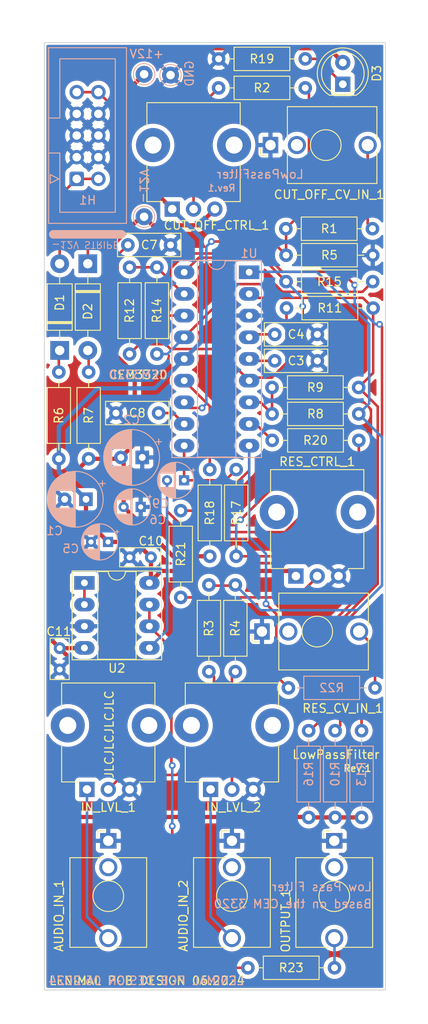
<source format=kicad_pcb>
(kicad_pcb (version 20240108) (generator "pcbnew") (generator_version "8.0")
  (layers (0 "F.Cu" signal) (31 "B.Cu" signal) (34 "B.Paste" user) (35 "F.Paste" user) (36 "B.SilkS" user "B.Silkscreen") (37 "F.SilkS" user "F.Silkscreen") (38 "B.Mask" user) (39 "F.Mask" user) (44 "Edge.Cuts" user))
  (net 0 "")
  (net 1 "+12V")
  (net 2 "GNDREF")
  (net 3 "-12V")
  (net 4 "Net-(D1-K)")
  (net 5 "Net-(D2-K)")
  (net 6 "Net-(D2-A)")
  (net 7 "Net-(D3-K)")
  (net 9 "Net-(D1-A)")
  (net 10 "Net-(AUDIO_IN_1-PadT)")
  (net 12 "Net-(AUDIO_IN_2-PadT)")
  (net 13 "Net-(U1-CAP_A)")
  (net 14 "Net-(U1-CAP_B)")
  (net 15 "Net-(U1-CAP_C)")
  (net 16 "Net-(U1-CAP_D)")
  (net 17 "Net-(U2B-+)")
  (net 18 "Net-(U1-OUT_D)")
  (net 19 "Net-(CUT_OFF_CTRL_1-Pad2)")
  (net 20 "Net-(CUT_OFF_CV_IN_1-PadT)")
  (net 22 "Net-(IN_LVL_1-Pad2)")
  (net 23 "Net-(IN_LVL_2-Pad2)")
  (net 24 "Net-(U1-FREQ_CTRL)")
  (net 25 "Net-(U1-INPUT_A)")
  (net 26 "Net-(U1-OUT_A)")
  (net 27 "Net-(U1-INPUT_B)")
  (net 28 "Net-(U1-OUT_B)")
  (net 29 "Net-(U1-INPUT_C)")
  (net 30 "Net-(U1-OUT_C)")
  (net 31 "Net-(U1-INPUT_D)")
  (net 32 "Net-(U1-IEE)")
  (net 33 "Net-(U1-FILTER_OUT)")
  (net 34 "Net-(U1-RES_CTRL)")
  (net 35 "Net-(R21-Pad2)")
  (net 36 "Net-(R22-Pad2)")
  (net 37 "Net-(U2B--)")
  (net 39 "Net-(U2A--)")
  (net 40 "Net-(OUTPUT_1-PadT)")
  (footprint "Synth:R_Default (DIN0207)" (layer "F.Cu") (at 72.4 113.57 -90)
    (property "Reference" "R4")
    (property "Value" "91K")
  )
  (footprint "Synth:R_Default (DIN0207)" (layer "F.Cu") (at 78.43 81.1)
    (property "Reference" "R11")
    (property "Value" "100K")
  )
  (footprint "Synth:R_Default (DIN0207)" (layer "F.Cu") (at 78.35 71.8)
    (property "Reference" "R1")
    (property "Value" "100K")
  )
  (footprint "Synth:C_RECT_WIMA_0.1uF" (layer "F.Cu") (at 58.4 93.4)
    (property "Reference" "C8")
    (property "Value" "300pF")
  )
  (footprint "Synth:C_RECT_WIMA_0.1uF" (layer "F.Cu") (at 82.02 84.18 180)
    (property "Reference" "C4")
    (property "Value" "300pF")
  )
  (footprint "Synth:Potentiometer_TT_P0915N" (layer "F.Cu") (at 57.5 130)
    (property "Reference" "IN_LVL_1")
    (property "Value" "B100K")
  )
  (footprint "Synth:R_Default (DIN0207)" (layer "F.Cu") (at 78.38 78)
    (property "Reference" "R15")
    (property "Value" "91K")
  )
  (footprint "Synth:C_RECT_WIMA_0.1uF" (layer "F.Cu") (at 82.02 87.28 180)
    (property "Reference" "C3")
    (property "Value" "300pF")
  )
  (footprint "Synth:D_DO-41_SOD81_P10.16mm_Horizontal" (layer "F.Cu") (at 55.1 75.95 -90)
    (property "Reference" "D2")
    (property "Value" "1N5819")
  )
  (footprint "Synth:Potentiometer_TT_P0915N" (layer "F.Cu") (at 67.5 62)
    (property "Reference" "CUT_OFF_CTRL_1")
    (property "Value" "B100K")
  )
  (footprint "Synth:Potentiometer_TT_P0915N" (layer "F.Cu") (at 82 105)
    (property "Reference" "RES_CTRL_1")
    (property "Value" "B100K")
  )
  (footprint "Synth:R_Default (DIN0207)" (layer "F.Cu") (at 73.9 158.4)
    (property "Reference" "R23")
    (property "Value" "1K")
  )
  (footprint "Synth:D_DO-41_SOD81_P10.16mm_Horizontal" (layer "F.Cu") (at 51.8 86.01 90)
    (property "Reference" "D1")
    (property "Value" "1N5819")
  )
  (footprint "Synth:Jack_3.5mm_QingPu_WQP-PJ398SM_Vertical_CircularHoles" (layer "F.Cu") (at 83 62 90)
    (property "Reference" "CUT_OFF_CV_IN_1")
    (property "Value" "INPUT")
  )
  (footprint "Synth:C_RECT_WIMA_0.1uF" (layer "F.Cu") (at 64.8 73.7 180)
    (property "Reference" "C7")
    (property "Value" "300pF")
  )
  (footprint "Synth:Jack_3.5mm_QingPu_WQP-PJ398SM_Vertical_CircularHoles" (layer "F.Cu") (at 82 119 90)
    (property "Reference" "RES_CV_IN_1")
    (property "Value" "INPUT")
  )
  (footprint "Synth:Jack_3.5mm_QingPu_WQP-PJ398SM_Vertical_CircularHoles" (layer "F.Cu") (at 72 150)
    (property "Reference" "AUDIO_IN_2")
    (property "Value" "INPUT")
  )
  (footprint "Synth:R_Default (DIN0207)" (layer "F.Cu") (at 63.2 86.45 90)
    (property "Reference" "R14")
    (property "Value" "100K")
  )
  (footprint "Synth:Potentiometer_TT_P0915N" (layer "F.Cu") (at 72 130)
    (property "Reference" "IN_LVL_2")
    (property "Value" "B100K")
  )
  (footprint "Synth:Jack_3.5mm_QingPu_WQP-PJ398SM_Vertical_CircularHoles" (layer "F.Cu") (at 57.5 150)
    (property "Reference" "AUDIO_IN_1")
    (property "Value" "INPUT")
  )
  (footprint "Capacitor_THT:C_Rect_L4.6mm_W2.0mm_P2.50mm_MKS02_FKP02" (layer "F.Cu") (at 62.5 110.3 180)
    (property "Reference" "C10")
    (property "Value" "0.1uF")
  )
  (footprint "Synth:R_Default (DIN0207)" (layer "F.Cu") (at 55.2 88.63 -90)
    (property "Reference" "R7")
    (property "Value" "10R")
  )
  (footprint "Synth:R_Default (DIN0207)" (layer "F.Cu") (at 72.5 100.05 -90)
    (property "Reference" "R17")
    (property "Value" "100K")
  )
  (footprint "Synth:R_Default (DIN0207)" (layer "F.Cu") (at 76.74 93.5)
    (property "Reference" "R8")
    (property "Value" "100K")
  )
  (footprint "Synth:R_Default (DIN0207)" (layer "F.Cu") (at 60 76.35 -90)
    (property "Reference" "R12")
    (property "Value" "91K")
  )
  (footprint "Synth:R_Default (DIN0207)" (layer "F.Cu") (at 69.4 100.05 -90)
    (property "Reference" "R18")
    (property "Value" "1K8")
  )
  (footprint "Synth:R_Default (DIN0207)" (layer "F.Cu") (at 70.47 51.9)
    (property "Reference" "R19")
    (property "Value" "500R")
  )
  (footprint "Capacitor_THT:C_Rect_L4.6mm_W2.0mm_P2.50mm_MKS02_FKP02" (layer "F.Cu") (at 51.8 123.45 90)
    (property "Reference" "C11")
    (property "Value" "0.1uF")
  )
  (footprint "Synth:R_Default (DIN0207)" (layer "F.Cu") (at 78.38 74.9)
    (property "Reference" "R5")
    (property "Value" "1K8")
  )
  (footprint "Synth:R_Default (DIN0207)" (layer "F.Cu") (at 86.83 90.4 180)
    (property "Reference" "R9")
    (property "Value" "91K")
  )
  (footprint "Synth:LED_D5.0mm (center Aligned)" (layer "F.Cu") (at 85 53.6 90)
    (property "Reference" "D3")
    (property "Value" "LED")
  )
  (footprint "Synth:Jack_3.5mm_QingPu_WQP-PJ398SM_Vertical_CircularHoles" (layer "F.Cu") (at 84 150)
    (property "Reference" "OUTPUT_1")
    (property "Value" "OUTPUT")
  )
  (footprint "Synth:R_Default (DIN0207)" (layer "F.Cu") (at 86.85 96.6 180)
    (property "Reference" "R20")
    (property "Value" "51K")
  )
  (footprint "Synth:R_Default (DIN0207)" (layer "F.Cu") (at 66 104.87 -90)
    (property "Reference" "R21")
    (property "Value" "100K")
  )
  (footprint "Synth:R_Default (DIN0207)" (layer "F.Cu") (at 51.7 88.63 -90)
    (property "Reference" "R6")
    (property "Value" "10R")
  )
  (footprint "Synth:R_Default (DIN0207)" (layer "F.Cu") (at 80.57 55.3 180)
    (property "Reference" "R2")
    (property "Value" "100K")
  )
  (footprint "Synth:R_Default (DIN0207)" (layer "F.Cu") (at 69.3 113.57 -90)
    (property "Reference" "R3")
    (property "Value" "91K")
  )
  (footprint "Package_DIP:DIP-8_W7.62mm_Socket_LongPads" (layer "F.Cu") (at 54.7 113.3)
    (property "Reference" "U2")
    (property "Value" "TL072")
  )
  (footprint "Synth:R_Default (DIN0207)" (layer "B.Cu") (at 87.2 140.75 90)
    (property "Reference" "R13")
    (property "Value" "220K")
  )
  (footprint "Synth:R_Default (DIN0207)" (layer "B.Cu") (at 78.65 125.6)
    (property "Reference" "R22")
    (property "Value" "100K")
  )
  (footprint "Capacitor_THT:CP_Radial_D4.0mm_P2.00mm" (layer "B.Cu") (at 61.3 104.4 180)
    (property "Reference" "C6")
    (property "Value" "0.1uF")
  )
  (footprint "Synth:R_Default (DIN0207)" (layer "B.Cu") (at 81 140.75 90)
    (property "Reference" "R16")
    (property "Value" "220K")
  )
  (footprint "Connector_Pin:Pin_D1.0mm_L10.0mm" (layer "B.Cu") (at 61.7 53.7 180)
    (property "Reference" "TP1" (hide yes))
    (property "Value" "+12V")
  )
  (footprint "Capacitor_THT:CP_Radial_D6.3mm_P2.50mm" (layer "B.Cu") (at 61.48238 98.6 180)
    (property "Reference" "C2")
    (property "Value" "47uF")
  )
  (footprint "Connector_Pin:Pin_D1.0mm_L10.0mm" (layer "B.Cu") (at 61.7 70.4 180)
    (property "Reference" "TP3" (hide yes))
    (property "Value" "-12V")
  )
  (footprint "Capacitor_THT:CP_Radial_D4.0mm_P2.00mm" (layer "B.Cu") (at 66.3926 101.28 180)
    (property "Reference" "C9")
    (property "Value" "1uF")
  )
  (footprint "Connector_Pin:Pin_D1.0mm_L10.0mm" (layer "B.Cu") (at 64.8 53.8 180)
    (property "Reference" "TP2" (hide yes))
    (property "Value" "GND")
  )
  (footprint "Capacitor_THT:CP_Radial_D4.0mm_P2.00mm" (layer "B.Cu") (at 57.4726 108.5 180)
    (property "Reference" "C5")
    (property "Value" "0.1uF")
  )
  (footprint "Capacitor_THT:CP_Radial_D6.3mm_P2.50mm" (layer "B.Cu") (at 54.88238 103.5 180)
    (property "Reference" "C1")
    (property "Value" "47uF")
  )
  (footprint "Synth:IDC-Header_2x05_P2.54mm_Vertical" (layer "B.Cu") (at 53.8 65.96)
    (property "Reference" "H1")
    (property "Value" "Conn_02x05_PWR_Eurorack")
  )
  (footprint "Synth:R_Default (DIN0207)" (layer "B.Cu") (at 84.1 140.75 90)
    (property "Reference" "R10")
    (property "Value" "220K")
  )
  (footprint "Package_DIP:DIP-18_W7.62mm_Socket_LongPads" (layer "B.Cu") (at 74.02 76.9 180)
    (property "Reference" "U1")
    (property "Value" "~")
  )
  (gr_rect (start 50 50) (end 90 161) (stroke (width 0.1)) (fill none) (layer "Edge.Cuts"))
  (gr_text "LowPassFilter" (at 80.5 66 -0) (layer "B.SilkS") (effects (font (size 1 1)) (justify left bottom mirror)))
  (gr_text "-12V" (at 61.1 68.9 -90) (layer "B.SilkS") (effects (font (size 1 1)) (justify left bottom mirror)))
  (gr_text "+12V" (at 64.1 51.9 0) (layer "B.SilkS") (effects (font (size 1 1)) (justify left bottom mirror)))
  (gr_text "GND" (at 67.6 52 90) (layer "B.SilkS") (effects (font (size 1 1)) (justify left bottom mirror)))
  (gr_text "Based on the CEM 3320" (at 88.5 151.5 -0) (layer "B.SilkS") (effects (font (size 1 1)) (justify left bottom mirror)))
  (gr_text "LENIMAL PCB DESIGN 06.2024" (at 73.5 160.5 -0) (layer "B.SilkS") (effects (font (size 1 1)) (justify left bottom mirror)))
  (gr_text "Low Pass Filter" (at 88.5 149.5 -0) (layer "B.SilkS") (effects (font (size 1 1)) (justify left bottom mirror)))
  (gr_text "CEM3320" (at 64.5 89.5 -0) (layer "B.SilkS") (effects (font (size 1 1)) (justify left bottom mirror)))
  (gr_text "Rev.1" (at 72.5 67.5 -0) (layer "B.SilkS") (effects (font (size 0.8 0.8)) (justify left bottom mirror)))
  (gr_text "JLCJLCJLCJLC" (at 58.2 136.3 90) (layer "F.SilkS") (effects (font (size 1 1)) (justify left bottom)))
  (gr_text "CEM3320" (at 57.5 89.5 0) (layer "F.SilkS") (effects (font (size 1 1)) (justify left bottom)))
  (gr_text "LowPassFilter" (at 79 134 0) (layer "F.SilkS") (effects (font (size 1 1)) (justify left bottom)))
  (gr_text "LENIMAL PCB DESIGN 06.2024" (at 50.5 160.5 0) (layer "F.SilkS") (effects (font (size 1 1)) (justify left bottom)))
  (gr_text "Rev.1" (at 85 135.5 0) (layer "F.SilkS") (effects (font (size 0.8 0.8)) (justify left bottom)))
  (segment (start 59.8 56.5) (end 59.8 64.3) (width 0.5) (layer "F.Cu") (net 1))
  (segment (start 83.34 50.65) (end 61.85 50.65) (width 0.5) (layer "F.Cu") (net 1))
  (segment (start 54.88238 103.5) (end 54.88238 105.90978) (width 0.5) (layer "F.Cu") (net 1))
  (segment (start 59.8 52.7) (end 59.8 56.5) (width 0.5) (layer "F.Cu") (net 1))
  (segment (start 62.32 113.3) (end 63.72 111.9) (width 0.5) (layer "F.Cu") (net 1))
  (segment (start 61.85 50.65) (end 59.8 52.7) (width 0.5) (layer "F.Cu") (net 1))
  (segment (start 62.5 110.3) (end 62.5 113.12) (width 0.5) (layer "F.Cu") (net 1))
  (segment (start 60.7 108.5) (end 62.5 110.3) (width 0.5) (layer "F.Cu") (net 1))
  (segment (start 78.9 111.9) (end 79.5 112.5) (width 0.5) (layer "F.Cu") (net 1))
  (segment (start 63.72 111.9) (end 78.9 111.9) (width 0.5) (layer "F.Cu") (net 1))
  (segment (start 57.4726 108.5) (end 60.7 108.5) (width 0.5) (layer "F.Cu") (net 1))
  (segment (start 62.5 113.12) (end 62.32 113.3) (width 0.5) (layer "F.Cu") (net 1))
  (segment (start 85.02 52.33) (end 83.34 50.65) (width 0.5) (layer "F.Cu") (net 1))
  (segment (start 59.8 64.3) (end 65 69.5) (width 0.5) (layer "F.Cu") (net 1))
  (segment (start 61.7 53.7) (end 59.8 55.6) (width 0.5) (layer "F.Cu") (net 1))
  (segment (start 54.88238 105.90978) (end 57.4726 108.5) (width 0.5) (layer "F.Cu") (net 1))
  (segment (start 68.4 85.06) (end 66.4 87.06) (width 0.5) (layer "B.Cu") (net 1))
  (segment (start 65 69.5) (end 68.4 72.9) (width 0.5) (layer "B.Cu") (net 1))
  (segment (start 56.2 90.5) (end 51.7 95) (width 0.5) (layer "B.Cu") (net 1))
  (segment (start 68.4 72.9) (end 68.4 85.06) (width 0.5) (layer "B.Cu") (net 1))
  (segment (start 62.96 90.5) (end 56.2 90.5) (width 0.5) (layer "B.Cu") (net 1))
  (segment (start 51.7 95) (end 51.7 98.76) (width 0.5) (layer "B.Cu") (net 1))
  (segment (start 66.4 87.06) (end 62.96 90.5) (width 0.5) (layer "B.Cu") (net 1))
  (segment (start 51.7 100.31762) (end 54.88238 103.5) (width 0.5) (layer "B.Cu") (net 1))
  (segment (start 51.7 98.76) (end 51.7 100.31762) (width 0.5) (layer "B.Cu") (net 1))
  (segment (start 60.6 96.98238) (end 60.6 88.847767) (width 0.5) (layer "F.Cu") (net 3))
  (segment (start 50.7 103.26) (end 50.7 119.85) (width 0.5) (layer "F.Cu") (net 3))
  (segment (start 51.8 120.95) (end 54.67 120.95) (width 0.5) (layer "F.Cu") (net 3))
  (segment (start 50.7 119.85) (end 51.8 120.95) (width 0.5) (layer "F.Cu") (net 3))
  (segment (start 58 86.247767) (end 58 73.732233) (width 0.5) (layer "F.Cu") (net 3))
  (segment (start 58.98238 98.98238) (end 59.3 99.3) (width 0.5) (layer "F.Cu") (net 3))
  (segment (start 68.1 71.4) (end 70 69.5) (width 0.5) (layer "F.Cu") (net 3))
  (segment (start 60.6 88.847767) (end 58 86.247767) (width 0.5) (layer "F.Cu") (net 3))
  (segment (start 58 73.732233) (end 61.332233 70.4) (width 0.5) (layer "F.Cu") (net 3))
  (segment (start 59.3 99.3) (end 59.3 104.4) (width 0.5) (layer "F.Cu") (net 3))
  (segment (start 58.82238 98.76) (end 58.98238 98.6) (width 0.5) (layer "F.Cu") (net 3))
  (segment (start 55.5 132.5) (end 52.9 135.1) (width 0.5) (layer "F.Cu") (net 3))
  (segment (start 81 140.78) (end 84.1 140.78) (width 0.5) (layer "F.Cu") (net 3))
  (segment (start 54.67 120.95) (end 54.7 120.92) (width 0.5) (layer "F.Cu") (net 3))
  (segment (start 55.2 98.76) (end 50.7 103.26) (width 0.5) (layer "F.Cu") (net 3))
  (segment (start 62.7 71.4) (end 68.1 71.4) (width 0.5) (layer "F.Cu") (net 3))
  (segment (start 61.7 70.4) (end 62.7 71.4) (width 0.5) (layer "F.Cu") (net 3))
  (segment (start 55.2 98.76) (end 58.82238 98.76) (width 0.5) (layer "F.Cu") (net 3))
  (segment (start 52.9 135.1) (end 52.9 139.9) (width 0.5) (layer "F.Cu") (net 3))
  (segment (start 58.98238 98.6) (end 58.98238 98.98238) (width 0.5) (layer "F.Cu") (net 3))
  (segment (start 87.37 140.73) (end 87.4 140.76) (width 0.5) (layer "F.Cu") (net 3))
  (segment (start 59.3 104.4) (end 65.08 110.18) (width 0.5) (layer "F.Cu") (net 3))
  (segment (start 55.5 124.65) (end 55.5 132.5) (width 0.5) (layer "F.Cu") (net 3))
  (segment (start 87.2 140.78) (end 84.1 140.78) (width 0.5) (layer "F.Cu") (net 3))
  (segment (start 80.95 140.73) (end 81 140.78) (width 0.5) (layer "F.Cu") (net 3))
  (segment (start 58.98238 98.6) (end 60.6 96.98238) (width 0.5) (layer "F.Cu") (net 3))
  (segment (start 51.8 120.95) (end 55.5 124.65) (width 0.5) (layer "F.Cu") (net 3))
  (segment (start 61.332233 70.4) (end 61.7 70.4) (width 0.5) (layer "F.Cu") (net 3))
  (segment (start 65.08 110.18) (end 69.4 110.18) (width 0.5) (layer "F.Cu") (net 3))
  (segment (start 52.9 139.9) (end 53.73 140.73) (width 0.5) (layer "F.Cu") (net 3))
  (segment (start 53.73 140.73) (end 80.95 140.73) (width 0.5) (layer "F.Cu") (net 3))
  (segment (start 51.7 88.6) (end 51.7 86.16) (width 0.3) (layer "F.Cu") (net 4))
  (segment (start 51.7 86.16) (end 51.8 86.06) (width 0.3) (layer "F.Cu") (net 4))
  (segment (start 55.1 72.7) (end 58.3 69.5) (width 0.3) (layer "F.Cu") (net 5))
  (segment (start 56.34 55.8) (end 53.8 55.8) (width 0.3) (layer "F.Cu") (net 5))
  (segment (start 58.3 69.5) (end 58.3 57.76) (width 0.3) (layer "F.Cu") (net 5))
  (segment (start 55.1 75.9) (end 55.1 72.7) (width 0.3) (layer "F.Cu") (net 5))
  (segment (start 58.3 57.76) (end 56.34 55.8) (width 0.3) (layer "F.Cu") (net 5))
  (segment (start 55.2 86.16) (end 55.1 86.06) (width 0.3) (layer "F.Cu") (net 6))
  (segment (start 55.2 88.6) (end 55.2 86.16) (width 0.3) (layer "F.Cu") (net 6))
  (segment (start 80.6 51.9) (end 82.05 51.9) (width 0.3) (layer "F.Cu") (net 7))
  (segment (start 82.05 51.9) (end 85.02 54.87) (width 0.3) (layer "F.Cu") (net 7))
  (segment (start 53.8 65.96) (end 56.34 65.96) (width 0.3) (layer "F.Cu") (net 9))
  (segment (start 51.8 67.96) (end 53.8 65.96) (width 0.3) (layer "F.Cu") (net 9))
  (segment (start 51.8 75.9) (end 51.8 67.96) (width 0.3) (layer "F.Cu") (net 9))
  (segment (start 55 137.5) (end 55 152.42) (width 0.3) (layer "B.Cu") (net 10))
  (segment (start 55 152.42) (end 57.5 154.92) (width 0.3) (layer "B.Cu") (net 10))
  (segment (start 57.5 154.92) (end 57 154.92) (width 0.3) (layer "B.Cu") (net 10))
  (segment (start 69.5 137.5) (end 69.5 152.42) (width 0.3) (layer "B.Cu") (net 12))
  (segment (start 69.5 152.42) (end 72 154.92) (width 0.3) (layer "B.Cu") (net 12))
  (segment (start 74.24 87.28) (end 74.02 87.06) (width 0.3) (layer "F.Cu") (net 13))
  (segment (start 77.02 87.28) (end 74.24 87.28) (width 0.3) (layer "F.Cu") (net 13))
  (segment (start 77.02 84.18) (end 74.36 84.18) (width 0.3) (layer "F.Cu") (net 14))
  (segment (start 74.36 84.18) (end 74.02 84.52) (width 0.3) (layer "F.Cu") (net 14))
  (segment (start 58.6 77.2) (end 63.38 81.98) (width 0.3) (layer "F.Cu") (net 15))
  (segment (start 63.38 81.98) (end 66.4 81.98) (width 0.3) (layer "F.Cu") (net 15))
  (segment (start 59.8 73.7) (end 58.6 74.9) (width 0.3) (layer "F.Cu") (net 15))
  (segment (start 58.6 74.9) (end 58.6 77.2) (width 0.3) (layer "F.Cu") (net 15))
  (segment (start 63.4 93.4) (end 65.12 93.4) (width 0.3) (layer "F.Cu") (net 16))
  (segment (start 65.12 93.4) (end 66.4 94.68) (width 0.3) (layer "F.Cu") (net 16))
  (segment (start 78.223402 107.35) (end 66.85 107.35) (width 0.3) (layer "F.Cu") (net 17))
  (segment (start 86.88 98.693402) (end 78.223402 107.35) (width 0.3) (layer "F.Cu") (net 17))
  (segment (start 86.88 96.6) (end 86.88 98.693402) (width 0.3) (layer "F.Cu") (net 17))
  (segment (start 64.3926 104.8926) (end 64.3926 101.28) (width 0.3) (layer "F.Cu") (net 17))
  (segment (start 66.85 107.35) (end 64.3926 104.8926) (width 0.3) (layer "F.Cu") (net 17))
  (segment (start 64.3926 118.8474) (end 62.32 120.92) (width 0.3) (layer "B.Cu") (net 17))
  (segment (start 64.3926 101.28) (end 64.3926 118.8474) (width 0.3) (layer "B.Cu") (net 17))
  (segment (start 72.5 100.02) (end 71.24 101.28) (width 0.3) (layer "F.Cu") (net 18))
  (segment (start 66.3926 97.2274) (end 66.4 97.22) (width 0.3) (layer "F.Cu") (net 18))
  (segment (start 71.24 101.28) (end 66.3926 101.28) (width 0.3) (layer "F.Cu") (net 18))
  (segment (start 66.3926 101.28) (end 66.3926 97.2274) (width 0.3) (layer "F.Cu") (net 18))
  (segment (start 67.5 58.24) (end 67.5 69.5) (width 0.3) (layer "F.Cu") (net 19))
  (segment (start 70.44 55.3) (end 67.5 58.24) (width 0.3) (layer "F.Cu") (net 19))
  (segment (start 87.92 62) (end 87.92 71.24) (width 0.3) (layer "F.Cu") (net 20))
  (segment (start 87.92 71.24) (end 88.48 71.8) (width 0.3) (layer "F.Cu") (net 20))
  (segment (start 69.9 131.2) (end 69.9 124.3) (width 0.3) (layer "F.Cu") (net 22))
  (segment (start 68.75 132.35) (end 69.9 131.2) (width 0.3) (layer "F.Cu") (net 22))
  (segment (start 57.5 137.5) (end 59.2 135.8) (width 0.3) (layer "F.Cu") (net 22))
  (segment (start 69.9 124.3) (end 69.3 123.7) (width 0.3) (layer "F.Cu") (net 22))
  (segment (start 65.5 135.8) (end 68.75 132.55) (width 0.3) (layer "F.Cu") (net 22))
  (segment (start 59.2 135.8) (end 65.5 135.8) (width 0.3) (layer "F.Cu") (net 22))
  (segment (start 68.75 132.55) (end 68.75 132.35) (width 0.3) (layer "F.Cu") (net 22))
  (segment (start 72 124.1) (end 72.4 123.7) (width 0.3) (layer "F.Cu") (net 23))
  (segment (start 72 137.5) (end 72 124.1) (width 0.3) (layer "F.Cu") (net 23))
  (segment (start 67.06 92.8) (end 66.4 92.14) (width 0.3) (layer "F.Cu") (net 24))
  (segment (start 80.6 55.3) (end 81.035 55.735) (width 0.3) (layer "F.Cu") (net 24))
  (segment (start 81.035 69.085) (end 78.32 71.8) (width 0.3) (layer "F.Cu") (net 24))
  (segment (start 78.35 71.83) (end 78.32 71.8) (width 0.3) (layer "F.Cu") (net 24))
  (segment (start 68.5 92.8) (end 67.06 92.8) (width 0.3) (layer "F.Cu") (net 24))
  (segment (start 76.75 73.3) (end 78.35 74.9) (width 0.3) (layer "F.Cu") (net 24))
  (segment (start 81.035 55.735) (end 81.035 69.085) (width 0.3) (layer "F.Cu") (net 24))
  (segment (start 78.35 74.9) (end 78.35 71.83) (width 0.3) (layer "F.Cu") (net 24))
  (segment (start 69.6 73.3) (end 76.75 73.3) (width 0.3) (layer "F.Cu") (net 24))
  (via (at 69.6 73.3) (size 0.8) (drill 0.4) (layers "F.Cu" "B.Cu") (net 24))
  (via (at 68.5 92.8) (size 0.8) (drill 0.4) (layers "F.Cu" "B.Cu") (net 24))
  (segment (start 69 92.3) (end 68.5 92.8) (width 0.3) (layer "B.Cu") (net 24))
  (segment (start 69.6 73.3) (end 69 73.9) (width 0.3) (layer "B.Cu") (net 24))
  (segment (start 69 73.9) (end 69 92.3) (width 0.3) (layer "B.Cu") (net 24))
  (segment (start 72.4 113.62) (end 69.35 113.62) (width 0.3) (layer "F.Cu") (net 25))
  (segment (start 69.35 113.62) (end 69.3 113.67) (width 0.3) (layer "F.Cu") (net 25))
  (segment (start 74.02 76.9) (end 74.07 76.85) (width 0.3) (layer "B.Cu") (net 25))
  (segment (start 81.95 76.85) (end 88.1 83) (width 0.3) (layer "B.Cu") (net 25))
  (segment (start 88.1 92.27) (end 86.87 93.5) (width 0.3) (layer "B.Cu") (net 25))
  (segment (start 74.07 76.85) (end 81.95 76.85) (width 0.3) (layer "B.Cu") (net 25))
  (segment (start 88.1 83) (end 88.1 92.27) (width 0.3) (layer "B.Cu") (net 25))
  (segment (start 72.4 113.54) (end 75.36 116.5) (width 0.3) (layer "B.Cu") (net 25))
  (segment (start 75.36 116.5) (end 86.7 116.5) (width 0.3) (layer "B.Cu") (net 25))
  (segment (start 89.6 96.23) (end 86.87 93.5) (width 0.3) (layer "B.Cu") (net 25))
  (segment (start 89.6 113.6) (end 89.6 96.23) (width 0.3) (layer "B.Cu") (net 25))
  (segment (start 86.7 116.5) (end 89.6 113.6) (width 0.3) (layer "B.Cu") (net 25))
  (segment (start 75.35 92.14) (end 74.02 92.14) (width 0.3) (layer "F.Cu") (net 26))
  (segment (start 76.7 93.49) (end 76.71 93.5) (width 0.3) (layer "F.Cu") (net 26))
  (segment (start 76.7 90.4) (end 76.7 93.49) (width 0.3) (layer "F.Cu") (net 26))
  (segment (start 76.71 93.5) (end 75.35 92.14) (width 0.3) (layer "F.Cu") (net 26))
  (segment (start 74.48 79.9) (end 87.36 79.9) (width 0.3) (layer "F.Cu") (net 27))
  (segment (start 88.56 81.1) (end 88.56 88.7) (width 0.3) (layer "F.Cu") (net 27))
  (segment (start 84.7 117.792893) (end 89.099999 113.392894) (width 0.3) (layer "F.Cu") (net 27))
  (segment (start 87.36 79.9) (end 88.56 81.1) (width 0.3) (layer "F.Cu") (net 27))
  (segment (start 88.56 88.7) (end 86.86 90.4) (width 0.3) (layer "F.Cu") (net 27))
  (segment (start 89.099999 92.639999) (end 86.86 90.4) (width 0.3) (layer "F.Cu") (net 27))
  (segment (start 89.099999 113.392894) (end 89.099999 92.639999) (width 0.3) (layer "F.Cu") (net 27))
  (segment (start 84.1 130.62) (end 84.7 130.02) (width 0.3) (layer "F.Cu") (net 27))
  (segment (start 84.7 130.02) (end 84.7 117.792893) (width 0.3) (layer "F.Cu") (net 27))
  (segment (start 74.02 79.44) (end 74.48 79.9) (width 0.3) (layer "F.Cu") (net 27))
  (segment (start 61.15 85.33) (end 64.23 85.33) (width 0.3) (layer "F.Cu") (net 28))
  (segment (start 78.4 87.526346) (end 76.676346 89.25) (width 0.3) (layer "F.Cu") (net 28))
  (segment (start 78.4 81.1) (end 78.4 87.526346) (width 0.3) (layer "F.Cu") (net 28))
  (segment (start 64.8 85.9) (end 70.32 85.9) (width 0.3) (layer "F.Cu") (net 28))
  (segment (start 74.37 89.25) (end 74.02 89.6) (width 0.3) (layer "F.Cu") (net 28))
  (segment (start 76.676346 89.25) (end 74.37 89.25) (width 0.3) (layer "F.Cu") (net 28))
  (segment (start 60 86.48) (end 61.15 85.33) (width 0.3) (layer "F.Cu") (net 28))
  (segment (start 64.23 85.33) (end 64.8 85.9) (width 0.3) (layer "F.Cu") (net 28))
  (segment (start 70.32 85.9) (end 74.02 89.6) (width 0.3) (layer "F.Cu") (net 28))
  (segment (start 64.85 76.423654) (end 66.573654 74.7) (width 0.3) (layer "F.Cu") (net 29))
  (segment (start 63.2 76.32) (end 60 76.32) (width 0.3) (layer "F.Cu") (net 29))
  (segment (start 63.2 76.32) (end 66.32 79.44) (width 0.3) (layer "F.Cu") (net 29))
  (segment (start 89.6 113.6) (end 85.2 118) (width 0.3) (layer "F.Cu") (net 29))
  (segment (start 77.907106 76.85) (end 84.85 76.85) (width 0.3) (layer "F.Cu") (net 29))
  (segment (start 85.2 127.1) (end 87.2 129.1) (width 0.3) (layer "F.Cu") (net 29))
  (segment (start 84.85 76.85) (end 86.4 78.4) (width 0.3) (layer "F.Cu") (net 29))
  (segment (start 87.2 129.1) (end 87.2 130.62) (width 0.3) (layer "F.Cu") (net 29))
  (segment (start 89.31 83) (end 89.6 83.29) (width 0.3) (layer "F.Cu") (net 29))
  (segment (start 64.85 77.97) (end 64.85 76.423654) (width 0.3) (layer "F.Cu") (net 29))
  (segment (start 89.6 83.29) (end 89.6 113.6) (width 0.3) (layer "F.Cu") (net 29))
  (segment (start 63.2 76.32) (end 64.93 78.05) (width 0.3) (layer "F.Cu") (net 29))
  (segment (start 64.93 78.05) (end 64.85 77.97) (width 0.3) (layer "F.Cu") (net 29))
  (segment (start 66.573654 74.7) (end 75.757106 74.7) (width 0.3) (layer "F.Cu") (net 29))
  (segment (start 75.757106 74.7) (end 77.907106 76.85) (width 0.3) (layer "F.Cu") (net 29))
  (segment (start 66.32 79.44) (end 66.4 79.44) (width 0.3) (layer "F.Cu") (net 29))
  (segment (start 85.2 118) (end 85.2 127.1) (width 0.3) (layer "F.Cu") (net 29))
  (via (at 86.4 78.4) (size 0.8) (drill 0.4) (layers "F.Cu" "B.Cu") (net 29))
  (via (at 89.31 83) (size 0.8) (drill 0.4) (layers "F.Cu" "B.Cu") (net 29))
  (segment (start 86.4 80.566346) (end 88.833654 83) (width 0.3) (layer "B.Cu") (net 29))
  (segment (start 88.833654 83) (end 89.31 83) (width 0.3) (layer "B.Cu") (net 29))
  (segment (start 86.4 78.4) (end 86.4 80.566346) (width 0.3) (layer "B.Cu") (net 29))
  (segment (start 77.013654 78.29) (end 77.923654 79.2) (width 0.3) (layer "F.Cu") (net 30))
  (segment (start 66.4 84.52) (end 72.63 78.29) (width 0.3) (layer "F.Cu") (net 30))
  (segment (start 77.923654 79.2) (end 87.31 79.2) (width 0.3) (layer "F.Cu") (net 30))
  (segment (start 72.63 78.29) (end 77.013654 78.29) (width 0.3) (layer "F.Cu") (net 30))
  (segment (start 87.31 79.2) (end 88.51 78) (width 0.3) (layer "F.Cu") (net 30))
  (segment (start 64.44 86.48) (end 66.4 84.52) (width 0.3) (layer "B.Cu") (net 30))
  (segment (start 63.2 86.48) (end 64.44 86.48) (width 0.3) (layer "B.Cu") (net 30))
  (segment (start 81 130.62) (end 81.15 130.62) (width 0.3) (layer "F.Cu") (net 31))
  (segment (start 86.2 115.5) (end 86.2 111.6) (width 0.3) (layer "F.Cu") (net 31))
  (segment (start 75.55 75.2) (end 68.1 75.2) (width 0.3) (layer "F.Cu") (net 31))
  (segment (start 84.2 127.57) (end 84.2 117.5) (width 0.3) (layer "F.Cu") (net 31))
  (segment (start 84.2 117.5) (end 86.2 115.5) (width 0.3) (layer "F.Cu") (net 31))
  (segment (start 86.2 111.6) (end 84.78 110.18) (width 0.3) (layer "F.Cu") (net 31))
  (segment (start 80.3 98.626598) (end 80.3 80.9) (width 0.3) (layer "F.Cu") (net 31))
  (segment (start 78.35 78) (end 75.55 75.2) (width 0.3) (layer "F.Cu") (net 31))
  (segment (start 73.013299 105.913299) (end 80.3 98.626598) (width 0.3) (layer "F.Cu") (net 31))
  (segment (start 68.1 75.2) (end 66.4 76.9) (width 0.3) (layer "F.Cu") (net 31))
  (segment (start 81.15 130.62) (end 84.2 127.57) (width 0.3) (layer "F.Cu") (net 31))
  (segment (start 84.78 110.18) (end 72.5 110.18) (width 0.3) (layer "F.Cu") (net 31))
  (via (at 80.3 80.9) (size 0.8) (drill 0.4) (layers "F.Cu" "B.Cu") (net 31))
  (via (at 73.013299 105.913299) (size 0.8) (drill 0.4) (layers "F.Cu" "B.Cu") (net 31))
  (segment (start 73.013299 105.913299) (end 72.5 106.426598) (width 0.3) (layer "B.Cu") (net 31))
  (segment (start 72.5 106.426598) (end 72.5 110.18) (width 0.3) (layer "B.Cu") (net 31))
  (segment (start 78.35 78) (end 80.3 79.95) (width 0.3) (layer "B.Cu") (net 31))
  (segment (start 80.3 79.95) (end 80.3 80.9) (width 0.3) (layer "B.Cu") (net 31))
  (segment (start 69.4 92.6) (end 66.4 89.6) (width 0.3) (layer "F.Cu") (net 32))
  (segment (start 69.4 100.02) (end 69.4 92.6) (width 0.3) (layer "F.Cu") (net 32))
  (segment (start 76.72 96.6) (end 74.8 94.68) (width 0.3) (layer "F.Cu") (net 33))
  (segment (start 74.8 94.68) (end 74.02 94.68) (width 0.3) (layer "F.Cu") (net 33))
  (segment (start 74.02 100.126346) (end 69.306346 104.84) (width 0.3) (layer "F.Cu") (net 34))
  (segment (start 69.306346 104.84) (end 66 104.84) (width 0.3) (layer "F.Cu") (net 34))
  (segment (start 78.62 125.6) (end 77.205 124.185) (width 0.3) (layer "F.Cu") (net 34))
  (segment (start 74.02 97.22) (end 74.02 100.126346) (width 0.3) (layer "F.Cu") (net 34))
  (segment (start 77.205 116.955) (end 76 115.75) (width 0.3) (layer "F.Cu") (net 34))
  (segment (start 77.205 124.185) (end 77.205 116.955) (width 0.3) (layer "F.Cu") (net 34))
  (via (at 76 115.75) (size 0.8) (drill 0.4) (layers "F.Cu" "B.Cu") (net 34))
  (segment (start 76 115.75) (end 76 109.9) (width 0.3) (layer "B.Cu") (net 34))
  (segment (start 76 109.9) (end 74.02 107.92) (width 0.3) (layer "B.Cu") (net 34))
  (segment (start 74.02 107.92) (end 74.02 97.22) (width 0.3) (layer "B.Cu") (net 34))
  (segment (start 82 112.5) (end 82 112.6) (width 0.3) (layer "F.Cu") (net 35))
  (segment (start 82 112.6) (end 79.6 115) (width 0.3) (layer "F.Cu") (net 35))
  (segment (start 79.6 115) (end 66 115) (width 0.3) (layer "F.Cu") (net 35))
  (segment (start 88.78 120.86) (end 86.92 119) (width 0.3) (layer "F.Cu") (net 36))
  (segment (start 88.78 125.6) (end 88.78 120.86) (width 0.3) (layer "F.Cu") (net 36))
  (segment (start 62.32 118.38) (end 64.9 120.96) (width 0.3) (layer "F.Cu") (net 37))
  (segment (start 65 154.8) (end 68.6 158.4) (width 0.3) (layer "F.Cu") (net 37))
  (segment (start 65 141.8) (end 65 154.8) (width 0.3) (layer "F.Cu") (net 37))
  (segment (start 62.32 115.84) (end 62.32 118.38) (width 0.3) (layer "F.Cu") (net 37))
  (segment (start 68.6 158.4) (end 73.87 158.4) (width 0.3) (layer "F.Cu") (net 37))
  (segment (start 64.9 134.6) (end 65 134.7) (width 0.3) (layer "F.Cu") (net 37))
  (segment (start 64.9 120.96) (end 64.9 134.6) (width 0.3) (layer "F.Cu") (net 37))
  (via (at 65 141.8) (size 0.8) (drill 0.4) (layers "F.Cu" "B.Cu") (net 37))
  (via (at 65 134.7) (size 0.8) (drill 0.4) (layers "F.Cu" "B.Cu") (net 37))
  (segment (start 65 134.7) (end 65 141.8) (width 0.3) (layer "B.Cu") (net 37))
  (segment (start 54.7 113.3) (end 54.7 115.84) (width 0.3) (layer "F.Cu") (net 39))
  (segment (start 84.03 158.4) (end 84.03 154.95) (width 0.3) (layer "B.Cu") (net 40))
  (segment (start 84.03 154.95) (end 84 154.92) (width 0.3) (layer "B.Cu") (net 40))
  (zone (net 0) (net_name "") (layer "F.Cu") (priority 1) (connect_pads (clearance 0.5)) (min_thickness 0.25) (fill yes (thermal_gap 0.5) (thermal_bridge_width 0.5) (island_removal_mode 1) (island_area_min 10))
    (polygon (pts (xy 45 45) (xy 95 45) (xy 95 165) (xy 45 165)))
  )
  (zone (net 2) (net_name "GNDREF") (layer "B.Cu") (connect_pads (clearance 0.5)) (min_thickness 0.25) (fill yes (thermal_gap 0.5) (thermal_bridge_width 0.5))
    (polygon (pts (xy 45 45) (xy 95 45) (xy 95 165) (xy 44.98354 165)))
  )
)
</source>
